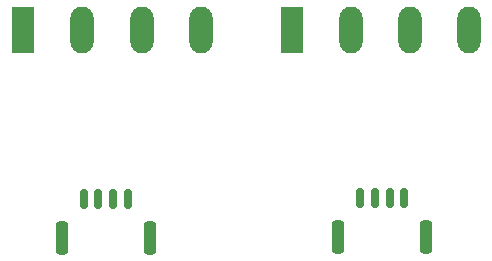
<source format=gbr>
%TF.GenerationSoftware,KiCad,Pcbnew,7.0.6-7.0.6~ubuntu22.04.1*%
%TF.CreationDate,2023-07-24T17:50:48-06:00*%
%TF.ProjectId,stepper_microscope_stage_intermediaries,73746570-7065-4725-9f6d-6963726f7363,rev?*%
%TF.SameCoordinates,Original*%
%TF.FileFunction,Soldermask,Top*%
%TF.FilePolarity,Negative*%
%FSLAX46Y46*%
G04 Gerber Fmt 4.6, Leading zero omitted, Abs format (unit mm)*
G04 Created by KiCad (PCBNEW 7.0.6-7.0.6~ubuntu22.04.1) date 2023-07-24 17:50:48*
%MOMM*%
%LPD*%
G01*
G04 APERTURE LIST*
G04 Aperture macros list*
%AMRoundRect*
0 Rectangle with rounded corners*
0 $1 Rounding radius*
0 $2 $3 $4 $5 $6 $7 $8 $9 X,Y pos of 4 corners*
0 Add a 4 corners polygon primitive as box body*
4,1,4,$2,$3,$4,$5,$6,$7,$8,$9,$2,$3,0*
0 Add four circle primitives for the rounded corners*
1,1,$1+$1,$2,$3*
1,1,$1+$1,$4,$5*
1,1,$1+$1,$6,$7*
1,1,$1+$1,$8,$9*
0 Add four rect primitives between the rounded corners*
20,1,$1+$1,$2,$3,$4,$5,0*
20,1,$1+$1,$4,$5,$6,$7,0*
20,1,$1+$1,$6,$7,$8,$9,0*
20,1,$1+$1,$8,$9,$2,$3,0*%
G04 Aperture macros list end*
%ADD10R,1.980000X3.960000*%
%ADD11O,1.980000X3.960000*%
%ADD12RoundRect,0.250000X0.250000X1.150000X-0.250000X1.150000X-0.250000X-1.150000X0.250000X-1.150000X0*%
%ADD13RoundRect,0.150000X0.150000X0.700000X-0.150000X0.700000X-0.150000X-0.700000X0.150000X-0.700000X0*%
G04 APERTURE END LIST*
D10*
%TO.C,J4*%
X158740000Y-93750000D03*
D11*
X163740000Y-93750000D03*
X168740000Y-93750000D03*
X173740000Y-93750000D03*
%TD*%
D12*
%TO.C,J3*%
X170105000Y-111320000D03*
X162655000Y-111320000D03*
D13*
X164505000Y-107970000D03*
X165755000Y-107970000D03*
X167005000Y-107970000D03*
X168255000Y-107970000D03*
%TD*%
D10*
%TO.C,J2*%
X136000000Y-93750000D03*
D11*
X141000000Y-93750000D03*
X146000000Y-93750000D03*
X151000000Y-93750000D03*
%TD*%
D13*
%TO.C,J1*%
X144850000Y-108050000D03*
X143600000Y-108050000D03*
X142350000Y-108050000D03*
X141100000Y-108050000D03*
D12*
X139250000Y-111400000D03*
X146700000Y-111400000D03*
%TD*%
M02*

</source>
